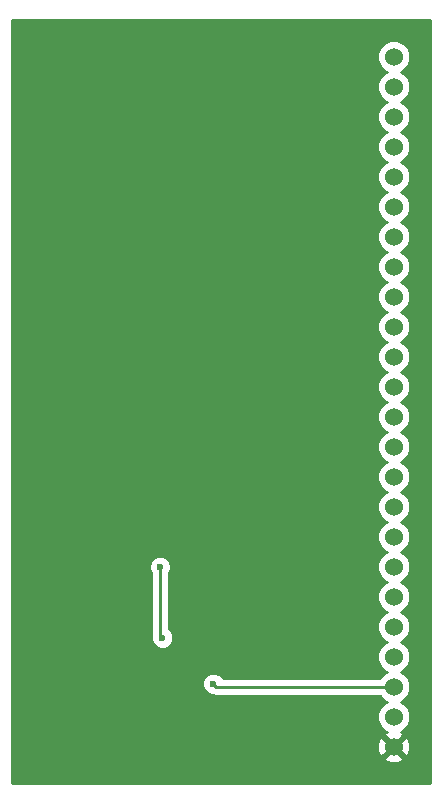
<source format=gbr>
G04 #@! TF.FileFunction,Copper,L2,Bot,Signal*
%FSLAX46Y46*%
G04 Gerber Fmt 4.6, Leading zero omitted, Abs format (unit mm)*
G04 Created by KiCad (PCBNEW 4.0.7) date 09/10/19 22:44:32*
%MOMM*%
%LPD*%
G01*
G04 APERTURE LIST*
%ADD10C,0.100000*%
%ADD11C,1.524000*%
%ADD12C,0.600000*%
%ADD13C,0.250000*%
%ADD14C,0.254000*%
G04 APERTURE END LIST*
D10*
D11*
X157480000Y-58420000D03*
X157480000Y-60960000D03*
X157480000Y-63500000D03*
X157480000Y-66040000D03*
X157480000Y-68580000D03*
X157480000Y-71120000D03*
X157480000Y-73660000D03*
X157480000Y-76200000D03*
X157480000Y-78740000D03*
X157480000Y-81280000D03*
X157480000Y-83820000D03*
X157480000Y-86360000D03*
X157480000Y-88900000D03*
X157480000Y-91440000D03*
X157480000Y-93980000D03*
X157480000Y-96520000D03*
X157480000Y-99060000D03*
X157480000Y-101600000D03*
X157480000Y-104140000D03*
X157480000Y-106680000D03*
X157480000Y-109220000D03*
X157480000Y-111760000D03*
X157480000Y-114300000D03*
X157480000Y-116840000D03*
D12*
X129700000Y-92200000D03*
X129500000Y-104000000D03*
X130500000Y-112500000D03*
X133700000Y-114100000D03*
X137900000Y-107600000D03*
X137700000Y-101600000D03*
X142200000Y-111500000D03*
D13*
X129600000Y-92300000D02*
X129700000Y-92200000D01*
X129600000Y-103900000D02*
X129600000Y-92300000D01*
X129500000Y-104000000D02*
X129600000Y-103900000D01*
X132100000Y-112500000D02*
X130500000Y-112500000D01*
X133700000Y-114100000D02*
X132100000Y-112500000D01*
X137900000Y-107600000D02*
X137700000Y-107400000D01*
X137700000Y-107400000D02*
X137700000Y-101600000D01*
X142460000Y-111760000D02*
X157480000Y-111760000D01*
X142200000Y-111500000D02*
X142460000Y-111760000D01*
D14*
G36*
X160580000Y-119940000D02*
X125170000Y-119940000D01*
X125170000Y-117820213D01*
X156679392Y-117820213D01*
X156748857Y-118062397D01*
X157272302Y-118249144D01*
X157827368Y-118221362D01*
X158211143Y-118062397D01*
X158280608Y-117820213D01*
X157480000Y-117019605D01*
X156679392Y-117820213D01*
X125170000Y-117820213D01*
X125170000Y-116632302D01*
X156070856Y-116632302D01*
X156098638Y-117187368D01*
X156257603Y-117571143D01*
X156499787Y-117640608D01*
X157300395Y-116840000D01*
X157659605Y-116840000D01*
X158460213Y-117640608D01*
X158702397Y-117571143D01*
X158889144Y-117047698D01*
X158861362Y-116492632D01*
X158702397Y-116108857D01*
X158460213Y-116039392D01*
X157659605Y-116840000D01*
X157300395Y-116840000D01*
X156499787Y-116039392D01*
X156257603Y-116108857D01*
X156070856Y-116632302D01*
X125170000Y-116632302D01*
X125170000Y-111685167D01*
X141264838Y-111685167D01*
X141406883Y-112028943D01*
X141669673Y-112292192D01*
X142013201Y-112434838D01*
X142128439Y-112434938D01*
X142169161Y-112462148D01*
X142460000Y-112520000D01*
X156282469Y-112520000D01*
X156294990Y-112550303D01*
X156687630Y-112943629D01*
X156895512Y-113029949D01*
X156689697Y-113114990D01*
X156296371Y-113507630D01*
X156083243Y-114020900D01*
X156082758Y-114576661D01*
X156294990Y-115090303D01*
X156687630Y-115483629D01*
X156879727Y-115563395D01*
X156748857Y-115617603D01*
X156679392Y-115859787D01*
X157480000Y-116660395D01*
X158280608Y-115859787D01*
X158211143Y-115617603D01*
X158070682Y-115567491D01*
X158270303Y-115485010D01*
X158663629Y-115092370D01*
X158876757Y-114579100D01*
X158877242Y-114023339D01*
X158665010Y-113509697D01*
X158272370Y-113116371D01*
X158064488Y-113030051D01*
X158270303Y-112945010D01*
X158663629Y-112552370D01*
X158876757Y-112039100D01*
X158877242Y-111483339D01*
X158665010Y-110969697D01*
X158272370Y-110576371D01*
X158064488Y-110490051D01*
X158270303Y-110405010D01*
X158663629Y-110012370D01*
X158876757Y-109499100D01*
X158877242Y-108943339D01*
X158665010Y-108429697D01*
X158272370Y-108036371D01*
X158064488Y-107950051D01*
X158270303Y-107865010D01*
X158663629Y-107472370D01*
X158876757Y-106959100D01*
X158877242Y-106403339D01*
X158665010Y-105889697D01*
X158272370Y-105496371D01*
X158064488Y-105410051D01*
X158270303Y-105325010D01*
X158663629Y-104932370D01*
X158876757Y-104419100D01*
X158877242Y-103863339D01*
X158665010Y-103349697D01*
X158272370Y-102956371D01*
X158064488Y-102870051D01*
X158270303Y-102785010D01*
X158663629Y-102392370D01*
X158876757Y-101879100D01*
X158877242Y-101323339D01*
X158665010Y-100809697D01*
X158272370Y-100416371D01*
X158064488Y-100330051D01*
X158270303Y-100245010D01*
X158663629Y-99852370D01*
X158876757Y-99339100D01*
X158877242Y-98783339D01*
X158665010Y-98269697D01*
X158272370Y-97876371D01*
X158064488Y-97790051D01*
X158270303Y-97705010D01*
X158663629Y-97312370D01*
X158876757Y-96799100D01*
X158877242Y-96243339D01*
X158665010Y-95729697D01*
X158272370Y-95336371D01*
X158064488Y-95250051D01*
X158270303Y-95165010D01*
X158663629Y-94772370D01*
X158876757Y-94259100D01*
X158877242Y-93703339D01*
X158665010Y-93189697D01*
X158272370Y-92796371D01*
X158064488Y-92710051D01*
X158270303Y-92625010D01*
X158663629Y-92232370D01*
X158876757Y-91719100D01*
X158877242Y-91163339D01*
X158665010Y-90649697D01*
X158272370Y-90256371D01*
X158064488Y-90170051D01*
X158270303Y-90085010D01*
X158663629Y-89692370D01*
X158876757Y-89179100D01*
X158877242Y-88623339D01*
X158665010Y-88109697D01*
X158272370Y-87716371D01*
X158064488Y-87630051D01*
X158270303Y-87545010D01*
X158663629Y-87152370D01*
X158876757Y-86639100D01*
X158877242Y-86083339D01*
X158665010Y-85569697D01*
X158272370Y-85176371D01*
X158064488Y-85090051D01*
X158270303Y-85005010D01*
X158663629Y-84612370D01*
X158876757Y-84099100D01*
X158877242Y-83543339D01*
X158665010Y-83029697D01*
X158272370Y-82636371D01*
X158064488Y-82550051D01*
X158270303Y-82465010D01*
X158663629Y-82072370D01*
X158876757Y-81559100D01*
X158877242Y-81003339D01*
X158665010Y-80489697D01*
X158272370Y-80096371D01*
X158064488Y-80010051D01*
X158270303Y-79925010D01*
X158663629Y-79532370D01*
X158876757Y-79019100D01*
X158877242Y-78463339D01*
X158665010Y-77949697D01*
X158272370Y-77556371D01*
X158064488Y-77470051D01*
X158270303Y-77385010D01*
X158663629Y-76992370D01*
X158876757Y-76479100D01*
X158877242Y-75923339D01*
X158665010Y-75409697D01*
X158272370Y-75016371D01*
X158064488Y-74930051D01*
X158270303Y-74845010D01*
X158663629Y-74452370D01*
X158876757Y-73939100D01*
X158877242Y-73383339D01*
X158665010Y-72869697D01*
X158272370Y-72476371D01*
X158064488Y-72390051D01*
X158270303Y-72305010D01*
X158663629Y-71912370D01*
X158876757Y-71399100D01*
X158877242Y-70843339D01*
X158665010Y-70329697D01*
X158272370Y-69936371D01*
X158064488Y-69850051D01*
X158270303Y-69765010D01*
X158663629Y-69372370D01*
X158876757Y-68859100D01*
X158877242Y-68303339D01*
X158665010Y-67789697D01*
X158272370Y-67396371D01*
X158064488Y-67310051D01*
X158270303Y-67225010D01*
X158663629Y-66832370D01*
X158876757Y-66319100D01*
X158877242Y-65763339D01*
X158665010Y-65249697D01*
X158272370Y-64856371D01*
X158064488Y-64770051D01*
X158270303Y-64685010D01*
X158663629Y-64292370D01*
X158876757Y-63779100D01*
X158877242Y-63223339D01*
X158665010Y-62709697D01*
X158272370Y-62316371D01*
X158064488Y-62230051D01*
X158270303Y-62145010D01*
X158663629Y-61752370D01*
X158876757Y-61239100D01*
X158877242Y-60683339D01*
X158665010Y-60169697D01*
X158272370Y-59776371D01*
X158064488Y-59690051D01*
X158270303Y-59605010D01*
X158663629Y-59212370D01*
X158876757Y-58699100D01*
X158877242Y-58143339D01*
X158665010Y-57629697D01*
X158272370Y-57236371D01*
X157759100Y-57023243D01*
X157203339Y-57022758D01*
X156689697Y-57234990D01*
X156296371Y-57627630D01*
X156083243Y-58140900D01*
X156082758Y-58696661D01*
X156294990Y-59210303D01*
X156687630Y-59603629D01*
X156895512Y-59689949D01*
X156689697Y-59774990D01*
X156296371Y-60167630D01*
X156083243Y-60680900D01*
X156082758Y-61236661D01*
X156294990Y-61750303D01*
X156687630Y-62143629D01*
X156895512Y-62229949D01*
X156689697Y-62314990D01*
X156296371Y-62707630D01*
X156083243Y-63220900D01*
X156082758Y-63776661D01*
X156294990Y-64290303D01*
X156687630Y-64683629D01*
X156895512Y-64769949D01*
X156689697Y-64854990D01*
X156296371Y-65247630D01*
X156083243Y-65760900D01*
X156082758Y-66316661D01*
X156294990Y-66830303D01*
X156687630Y-67223629D01*
X156895512Y-67309949D01*
X156689697Y-67394990D01*
X156296371Y-67787630D01*
X156083243Y-68300900D01*
X156082758Y-68856661D01*
X156294990Y-69370303D01*
X156687630Y-69763629D01*
X156895512Y-69849949D01*
X156689697Y-69934990D01*
X156296371Y-70327630D01*
X156083243Y-70840900D01*
X156082758Y-71396661D01*
X156294990Y-71910303D01*
X156687630Y-72303629D01*
X156895512Y-72389949D01*
X156689697Y-72474990D01*
X156296371Y-72867630D01*
X156083243Y-73380900D01*
X156082758Y-73936661D01*
X156294990Y-74450303D01*
X156687630Y-74843629D01*
X156895512Y-74929949D01*
X156689697Y-75014990D01*
X156296371Y-75407630D01*
X156083243Y-75920900D01*
X156082758Y-76476661D01*
X156294990Y-76990303D01*
X156687630Y-77383629D01*
X156895512Y-77469949D01*
X156689697Y-77554990D01*
X156296371Y-77947630D01*
X156083243Y-78460900D01*
X156082758Y-79016661D01*
X156294990Y-79530303D01*
X156687630Y-79923629D01*
X156895512Y-80009949D01*
X156689697Y-80094990D01*
X156296371Y-80487630D01*
X156083243Y-81000900D01*
X156082758Y-81556661D01*
X156294990Y-82070303D01*
X156687630Y-82463629D01*
X156895512Y-82549949D01*
X156689697Y-82634990D01*
X156296371Y-83027630D01*
X156083243Y-83540900D01*
X156082758Y-84096661D01*
X156294990Y-84610303D01*
X156687630Y-85003629D01*
X156895512Y-85089949D01*
X156689697Y-85174990D01*
X156296371Y-85567630D01*
X156083243Y-86080900D01*
X156082758Y-86636661D01*
X156294990Y-87150303D01*
X156687630Y-87543629D01*
X156895512Y-87629949D01*
X156689697Y-87714990D01*
X156296371Y-88107630D01*
X156083243Y-88620900D01*
X156082758Y-89176661D01*
X156294990Y-89690303D01*
X156687630Y-90083629D01*
X156895512Y-90169949D01*
X156689697Y-90254990D01*
X156296371Y-90647630D01*
X156083243Y-91160900D01*
X156082758Y-91716661D01*
X156294990Y-92230303D01*
X156687630Y-92623629D01*
X156895512Y-92709949D01*
X156689697Y-92794990D01*
X156296371Y-93187630D01*
X156083243Y-93700900D01*
X156082758Y-94256661D01*
X156294990Y-94770303D01*
X156687630Y-95163629D01*
X156895512Y-95249949D01*
X156689697Y-95334990D01*
X156296371Y-95727630D01*
X156083243Y-96240900D01*
X156082758Y-96796661D01*
X156294990Y-97310303D01*
X156687630Y-97703629D01*
X156895512Y-97789949D01*
X156689697Y-97874990D01*
X156296371Y-98267630D01*
X156083243Y-98780900D01*
X156082758Y-99336661D01*
X156294990Y-99850303D01*
X156687630Y-100243629D01*
X156895512Y-100329949D01*
X156689697Y-100414990D01*
X156296371Y-100807630D01*
X156083243Y-101320900D01*
X156082758Y-101876661D01*
X156294990Y-102390303D01*
X156687630Y-102783629D01*
X156895512Y-102869949D01*
X156689697Y-102954990D01*
X156296371Y-103347630D01*
X156083243Y-103860900D01*
X156082758Y-104416661D01*
X156294990Y-104930303D01*
X156687630Y-105323629D01*
X156895512Y-105409949D01*
X156689697Y-105494990D01*
X156296371Y-105887630D01*
X156083243Y-106400900D01*
X156082758Y-106956661D01*
X156294990Y-107470303D01*
X156687630Y-107863629D01*
X156895512Y-107949949D01*
X156689697Y-108034990D01*
X156296371Y-108427630D01*
X156083243Y-108940900D01*
X156082758Y-109496661D01*
X156294990Y-110010303D01*
X156687630Y-110403629D01*
X156895512Y-110489949D01*
X156689697Y-110574990D01*
X156296371Y-110967630D01*
X156282930Y-111000000D01*
X143005076Y-111000000D01*
X142993117Y-110971057D01*
X142730327Y-110707808D01*
X142386799Y-110565162D01*
X142014833Y-110564838D01*
X141671057Y-110706883D01*
X141407808Y-110969673D01*
X141265162Y-111313201D01*
X141264838Y-111685167D01*
X125170000Y-111685167D01*
X125170000Y-101785167D01*
X136764838Y-101785167D01*
X136906883Y-102128943D01*
X136940000Y-102162118D01*
X136940000Y-107400000D01*
X136965064Y-107526003D01*
X136964838Y-107785167D01*
X137106883Y-108128943D01*
X137369673Y-108392192D01*
X137713201Y-108534838D01*
X138085167Y-108535162D01*
X138428943Y-108393117D01*
X138692192Y-108130327D01*
X138834838Y-107786799D01*
X138835162Y-107414833D01*
X138693117Y-107071057D01*
X138460000Y-106837533D01*
X138460000Y-102162463D01*
X138492192Y-102130327D01*
X138634838Y-101786799D01*
X138635162Y-101414833D01*
X138493117Y-101071057D01*
X138230327Y-100807808D01*
X137886799Y-100665162D01*
X137514833Y-100664838D01*
X137171057Y-100806883D01*
X136907808Y-101069673D01*
X136765162Y-101413201D01*
X136764838Y-101785167D01*
X125170000Y-101785167D01*
X125170000Y-55320000D01*
X160580000Y-55320000D01*
X160580000Y-119940000D01*
X160580000Y-119940000D01*
G37*
X160580000Y-119940000D02*
X125170000Y-119940000D01*
X125170000Y-117820213D01*
X156679392Y-117820213D01*
X156748857Y-118062397D01*
X157272302Y-118249144D01*
X157827368Y-118221362D01*
X158211143Y-118062397D01*
X158280608Y-117820213D01*
X157480000Y-117019605D01*
X156679392Y-117820213D01*
X125170000Y-117820213D01*
X125170000Y-116632302D01*
X156070856Y-116632302D01*
X156098638Y-117187368D01*
X156257603Y-117571143D01*
X156499787Y-117640608D01*
X157300395Y-116840000D01*
X157659605Y-116840000D01*
X158460213Y-117640608D01*
X158702397Y-117571143D01*
X158889144Y-117047698D01*
X158861362Y-116492632D01*
X158702397Y-116108857D01*
X158460213Y-116039392D01*
X157659605Y-116840000D01*
X157300395Y-116840000D01*
X156499787Y-116039392D01*
X156257603Y-116108857D01*
X156070856Y-116632302D01*
X125170000Y-116632302D01*
X125170000Y-111685167D01*
X141264838Y-111685167D01*
X141406883Y-112028943D01*
X141669673Y-112292192D01*
X142013201Y-112434838D01*
X142128439Y-112434938D01*
X142169161Y-112462148D01*
X142460000Y-112520000D01*
X156282469Y-112520000D01*
X156294990Y-112550303D01*
X156687630Y-112943629D01*
X156895512Y-113029949D01*
X156689697Y-113114990D01*
X156296371Y-113507630D01*
X156083243Y-114020900D01*
X156082758Y-114576661D01*
X156294990Y-115090303D01*
X156687630Y-115483629D01*
X156879727Y-115563395D01*
X156748857Y-115617603D01*
X156679392Y-115859787D01*
X157480000Y-116660395D01*
X158280608Y-115859787D01*
X158211143Y-115617603D01*
X158070682Y-115567491D01*
X158270303Y-115485010D01*
X158663629Y-115092370D01*
X158876757Y-114579100D01*
X158877242Y-114023339D01*
X158665010Y-113509697D01*
X158272370Y-113116371D01*
X158064488Y-113030051D01*
X158270303Y-112945010D01*
X158663629Y-112552370D01*
X158876757Y-112039100D01*
X158877242Y-111483339D01*
X158665010Y-110969697D01*
X158272370Y-110576371D01*
X158064488Y-110490051D01*
X158270303Y-110405010D01*
X158663629Y-110012370D01*
X158876757Y-109499100D01*
X158877242Y-108943339D01*
X158665010Y-108429697D01*
X158272370Y-108036371D01*
X158064488Y-107950051D01*
X158270303Y-107865010D01*
X158663629Y-107472370D01*
X158876757Y-106959100D01*
X158877242Y-106403339D01*
X158665010Y-105889697D01*
X158272370Y-105496371D01*
X158064488Y-105410051D01*
X158270303Y-105325010D01*
X158663629Y-104932370D01*
X158876757Y-104419100D01*
X158877242Y-103863339D01*
X158665010Y-103349697D01*
X158272370Y-102956371D01*
X158064488Y-102870051D01*
X158270303Y-102785010D01*
X158663629Y-102392370D01*
X158876757Y-101879100D01*
X158877242Y-101323339D01*
X158665010Y-100809697D01*
X158272370Y-100416371D01*
X158064488Y-100330051D01*
X158270303Y-100245010D01*
X158663629Y-99852370D01*
X158876757Y-99339100D01*
X158877242Y-98783339D01*
X158665010Y-98269697D01*
X158272370Y-97876371D01*
X158064488Y-97790051D01*
X158270303Y-97705010D01*
X158663629Y-97312370D01*
X158876757Y-96799100D01*
X158877242Y-96243339D01*
X158665010Y-95729697D01*
X158272370Y-95336371D01*
X158064488Y-95250051D01*
X158270303Y-95165010D01*
X158663629Y-94772370D01*
X158876757Y-94259100D01*
X158877242Y-93703339D01*
X158665010Y-93189697D01*
X158272370Y-92796371D01*
X158064488Y-92710051D01*
X158270303Y-92625010D01*
X158663629Y-92232370D01*
X158876757Y-91719100D01*
X158877242Y-91163339D01*
X158665010Y-90649697D01*
X158272370Y-90256371D01*
X158064488Y-90170051D01*
X158270303Y-90085010D01*
X158663629Y-89692370D01*
X158876757Y-89179100D01*
X158877242Y-88623339D01*
X158665010Y-88109697D01*
X158272370Y-87716371D01*
X158064488Y-87630051D01*
X158270303Y-87545010D01*
X158663629Y-87152370D01*
X158876757Y-86639100D01*
X158877242Y-86083339D01*
X158665010Y-85569697D01*
X158272370Y-85176371D01*
X158064488Y-85090051D01*
X158270303Y-85005010D01*
X158663629Y-84612370D01*
X158876757Y-84099100D01*
X158877242Y-83543339D01*
X158665010Y-83029697D01*
X158272370Y-82636371D01*
X158064488Y-82550051D01*
X158270303Y-82465010D01*
X158663629Y-82072370D01*
X158876757Y-81559100D01*
X158877242Y-81003339D01*
X158665010Y-80489697D01*
X158272370Y-80096371D01*
X158064488Y-80010051D01*
X158270303Y-79925010D01*
X158663629Y-79532370D01*
X158876757Y-79019100D01*
X158877242Y-78463339D01*
X158665010Y-77949697D01*
X158272370Y-77556371D01*
X158064488Y-77470051D01*
X158270303Y-77385010D01*
X158663629Y-76992370D01*
X158876757Y-76479100D01*
X158877242Y-75923339D01*
X158665010Y-75409697D01*
X158272370Y-75016371D01*
X158064488Y-74930051D01*
X158270303Y-74845010D01*
X158663629Y-74452370D01*
X158876757Y-73939100D01*
X158877242Y-73383339D01*
X158665010Y-72869697D01*
X158272370Y-72476371D01*
X158064488Y-72390051D01*
X158270303Y-72305010D01*
X158663629Y-71912370D01*
X158876757Y-71399100D01*
X158877242Y-70843339D01*
X158665010Y-70329697D01*
X158272370Y-69936371D01*
X158064488Y-69850051D01*
X158270303Y-69765010D01*
X158663629Y-69372370D01*
X158876757Y-68859100D01*
X158877242Y-68303339D01*
X158665010Y-67789697D01*
X158272370Y-67396371D01*
X158064488Y-67310051D01*
X158270303Y-67225010D01*
X158663629Y-66832370D01*
X158876757Y-66319100D01*
X158877242Y-65763339D01*
X158665010Y-65249697D01*
X158272370Y-64856371D01*
X158064488Y-64770051D01*
X158270303Y-64685010D01*
X158663629Y-64292370D01*
X158876757Y-63779100D01*
X158877242Y-63223339D01*
X158665010Y-62709697D01*
X158272370Y-62316371D01*
X158064488Y-62230051D01*
X158270303Y-62145010D01*
X158663629Y-61752370D01*
X158876757Y-61239100D01*
X158877242Y-60683339D01*
X158665010Y-60169697D01*
X158272370Y-59776371D01*
X158064488Y-59690051D01*
X158270303Y-59605010D01*
X158663629Y-59212370D01*
X158876757Y-58699100D01*
X158877242Y-58143339D01*
X158665010Y-57629697D01*
X158272370Y-57236371D01*
X157759100Y-57023243D01*
X157203339Y-57022758D01*
X156689697Y-57234990D01*
X156296371Y-57627630D01*
X156083243Y-58140900D01*
X156082758Y-58696661D01*
X156294990Y-59210303D01*
X156687630Y-59603629D01*
X156895512Y-59689949D01*
X156689697Y-59774990D01*
X156296371Y-60167630D01*
X156083243Y-60680900D01*
X156082758Y-61236661D01*
X156294990Y-61750303D01*
X156687630Y-62143629D01*
X156895512Y-62229949D01*
X156689697Y-62314990D01*
X156296371Y-62707630D01*
X156083243Y-63220900D01*
X156082758Y-63776661D01*
X156294990Y-64290303D01*
X156687630Y-64683629D01*
X156895512Y-64769949D01*
X156689697Y-64854990D01*
X156296371Y-65247630D01*
X156083243Y-65760900D01*
X156082758Y-66316661D01*
X156294990Y-66830303D01*
X156687630Y-67223629D01*
X156895512Y-67309949D01*
X156689697Y-67394990D01*
X156296371Y-67787630D01*
X156083243Y-68300900D01*
X156082758Y-68856661D01*
X156294990Y-69370303D01*
X156687630Y-69763629D01*
X156895512Y-69849949D01*
X156689697Y-69934990D01*
X156296371Y-70327630D01*
X156083243Y-70840900D01*
X156082758Y-71396661D01*
X156294990Y-71910303D01*
X156687630Y-72303629D01*
X156895512Y-72389949D01*
X156689697Y-72474990D01*
X156296371Y-72867630D01*
X156083243Y-73380900D01*
X156082758Y-73936661D01*
X156294990Y-74450303D01*
X156687630Y-74843629D01*
X156895512Y-74929949D01*
X156689697Y-75014990D01*
X156296371Y-75407630D01*
X156083243Y-75920900D01*
X156082758Y-76476661D01*
X156294990Y-76990303D01*
X156687630Y-77383629D01*
X156895512Y-77469949D01*
X156689697Y-77554990D01*
X156296371Y-77947630D01*
X156083243Y-78460900D01*
X156082758Y-79016661D01*
X156294990Y-79530303D01*
X156687630Y-79923629D01*
X156895512Y-80009949D01*
X156689697Y-80094990D01*
X156296371Y-80487630D01*
X156083243Y-81000900D01*
X156082758Y-81556661D01*
X156294990Y-82070303D01*
X156687630Y-82463629D01*
X156895512Y-82549949D01*
X156689697Y-82634990D01*
X156296371Y-83027630D01*
X156083243Y-83540900D01*
X156082758Y-84096661D01*
X156294990Y-84610303D01*
X156687630Y-85003629D01*
X156895512Y-85089949D01*
X156689697Y-85174990D01*
X156296371Y-85567630D01*
X156083243Y-86080900D01*
X156082758Y-86636661D01*
X156294990Y-87150303D01*
X156687630Y-87543629D01*
X156895512Y-87629949D01*
X156689697Y-87714990D01*
X156296371Y-88107630D01*
X156083243Y-88620900D01*
X156082758Y-89176661D01*
X156294990Y-89690303D01*
X156687630Y-90083629D01*
X156895512Y-90169949D01*
X156689697Y-90254990D01*
X156296371Y-90647630D01*
X156083243Y-91160900D01*
X156082758Y-91716661D01*
X156294990Y-92230303D01*
X156687630Y-92623629D01*
X156895512Y-92709949D01*
X156689697Y-92794990D01*
X156296371Y-93187630D01*
X156083243Y-93700900D01*
X156082758Y-94256661D01*
X156294990Y-94770303D01*
X156687630Y-95163629D01*
X156895512Y-95249949D01*
X156689697Y-95334990D01*
X156296371Y-95727630D01*
X156083243Y-96240900D01*
X156082758Y-96796661D01*
X156294990Y-97310303D01*
X156687630Y-97703629D01*
X156895512Y-97789949D01*
X156689697Y-97874990D01*
X156296371Y-98267630D01*
X156083243Y-98780900D01*
X156082758Y-99336661D01*
X156294990Y-99850303D01*
X156687630Y-100243629D01*
X156895512Y-100329949D01*
X156689697Y-100414990D01*
X156296371Y-100807630D01*
X156083243Y-101320900D01*
X156082758Y-101876661D01*
X156294990Y-102390303D01*
X156687630Y-102783629D01*
X156895512Y-102869949D01*
X156689697Y-102954990D01*
X156296371Y-103347630D01*
X156083243Y-103860900D01*
X156082758Y-104416661D01*
X156294990Y-104930303D01*
X156687630Y-105323629D01*
X156895512Y-105409949D01*
X156689697Y-105494990D01*
X156296371Y-105887630D01*
X156083243Y-106400900D01*
X156082758Y-106956661D01*
X156294990Y-107470303D01*
X156687630Y-107863629D01*
X156895512Y-107949949D01*
X156689697Y-108034990D01*
X156296371Y-108427630D01*
X156083243Y-108940900D01*
X156082758Y-109496661D01*
X156294990Y-110010303D01*
X156687630Y-110403629D01*
X156895512Y-110489949D01*
X156689697Y-110574990D01*
X156296371Y-110967630D01*
X156282930Y-111000000D01*
X143005076Y-111000000D01*
X142993117Y-110971057D01*
X142730327Y-110707808D01*
X142386799Y-110565162D01*
X142014833Y-110564838D01*
X141671057Y-110706883D01*
X141407808Y-110969673D01*
X141265162Y-111313201D01*
X141264838Y-111685167D01*
X125170000Y-111685167D01*
X125170000Y-101785167D01*
X136764838Y-101785167D01*
X136906883Y-102128943D01*
X136940000Y-102162118D01*
X136940000Y-107400000D01*
X136965064Y-107526003D01*
X136964838Y-107785167D01*
X137106883Y-108128943D01*
X137369673Y-108392192D01*
X137713201Y-108534838D01*
X138085167Y-108535162D01*
X138428943Y-108393117D01*
X138692192Y-108130327D01*
X138834838Y-107786799D01*
X138835162Y-107414833D01*
X138693117Y-107071057D01*
X138460000Y-106837533D01*
X138460000Y-102162463D01*
X138492192Y-102130327D01*
X138634838Y-101786799D01*
X138635162Y-101414833D01*
X138493117Y-101071057D01*
X138230327Y-100807808D01*
X137886799Y-100665162D01*
X137514833Y-100664838D01*
X137171057Y-100806883D01*
X136907808Y-101069673D01*
X136765162Y-101413201D01*
X136764838Y-101785167D01*
X125170000Y-101785167D01*
X125170000Y-55320000D01*
X160580000Y-55320000D01*
X160580000Y-119940000D01*
M02*

</source>
